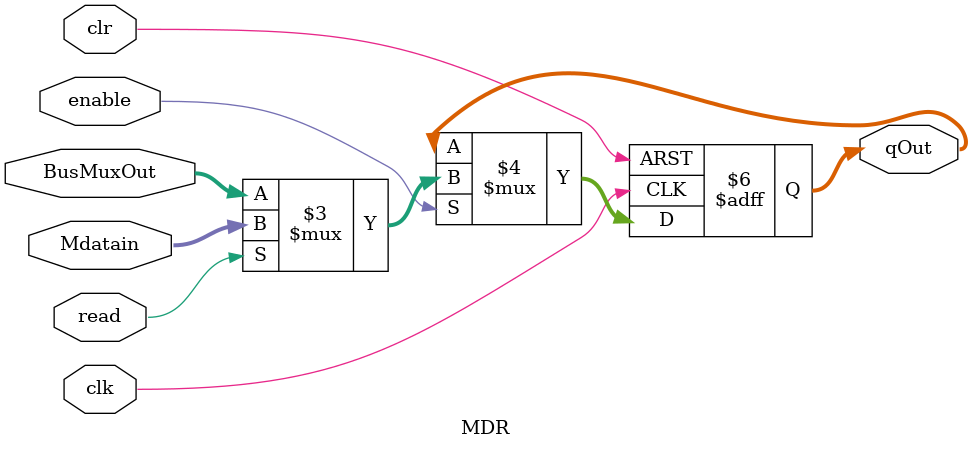
<source format=v>
module MDR #(parameter VAL = 0)(
	input wire clr, 
	input wire clk, 
	input wire enable, 
	input wire read,
	input wire [31:0] BusMuxOut,
	input wire [31:0] Mdatain, 
	output reg [31:0] qOut
	
); 

	always@(posedge clk or negedge clr)
		begin 
			if(clr == 0)
				qOut <= 0; 
			else if (enable)
				qOut <= read ? Mdatain : BusMuxOut;
	
			
		end
endmodule 
	

</source>
